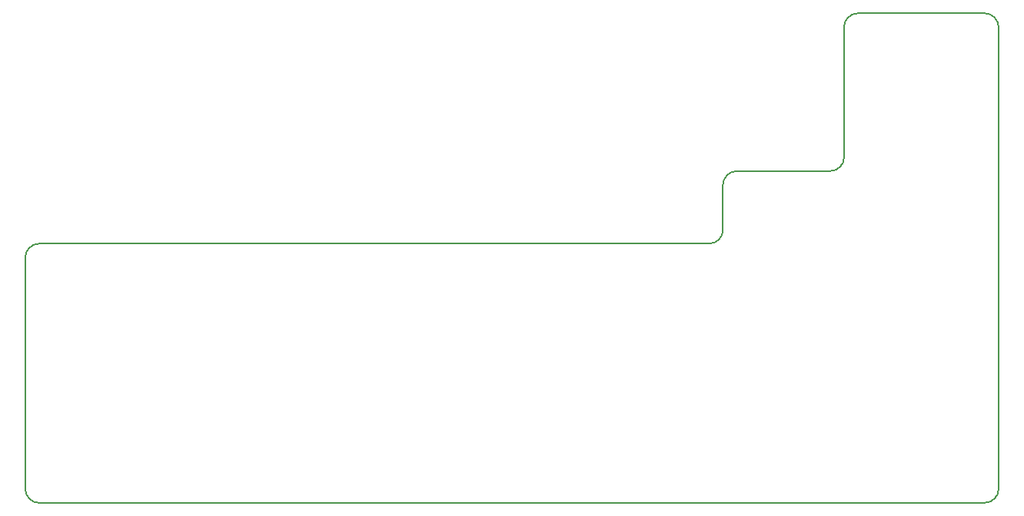
<source format=gbr>
G04 #@! TF.GenerationSoftware,KiCad,Pcbnew,(5.1.9)-1*
G04 #@! TF.CreationDate,2021-04-27T11:27:47+01:00*
G04 #@! TF.ProjectId,RGBtoHDMI Amiga Denise - solarmon - Rev 2 - TSSOP,52474274-6f48-4444-9d49-20416d696761,2 (TSSOP)*
G04 #@! TF.SameCoordinates,Original*
G04 #@! TF.FileFunction,Profile,NP*
%FSLAX46Y46*%
G04 Gerber Fmt 4.6, Leading zero omitted, Abs format (unit mm)*
G04 Created by KiCad (PCBNEW (5.1.9)-1) date 2021-04-27 11:27:47*
%MOMM*%
%LPD*%
G01*
G04 APERTURE LIST*
G04 #@! TA.AperFunction,Profile*
%ADD10C,0.200000*%
G04 #@! TD*
G04 APERTURE END LIST*
D10*
X180213000Y-54102000D02*
G75*
G02*
X178689000Y-55626000I-1524000J0D01*
G01*
X180213000Y-49149000D02*
G75*
G02*
X181737000Y-47625000I1524000J0D01*
G01*
X193548000Y-46101000D02*
G75*
G02*
X192024000Y-47625000I-1524000J0D01*
G01*
X180213000Y-54102000D02*
X180213000Y-49149000D01*
X193548000Y-31750000D02*
G75*
G02*
X195072000Y-30226000I1524000J0D01*
G01*
X209042000Y-30226000D02*
G75*
G02*
X210566000Y-31750000I0J-1524000D01*
G01*
X210566000Y-82677000D02*
G75*
G02*
X209042000Y-84201000I-1524000J0D01*
G01*
X103378000Y-57150000D02*
G75*
G02*
X104902000Y-55626000I1524000J0D01*
G01*
X104902000Y-84201000D02*
G75*
G02*
X103378000Y-82677000I0J1524000D01*
G01*
X192024000Y-47625000D02*
X181737000Y-47625000D01*
X210566000Y-31750000D02*
X210566000Y-82677000D01*
X195072000Y-30226000D02*
X209042000Y-30226000D01*
X193548000Y-46101000D02*
X193548000Y-31750000D01*
X209042000Y-84201000D02*
X104902000Y-84201000D01*
X178689000Y-55626000D02*
X104902000Y-55626000D01*
X103378000Y-57150000D02*
X103378000Y-82677000D01*
M02*

</source>
